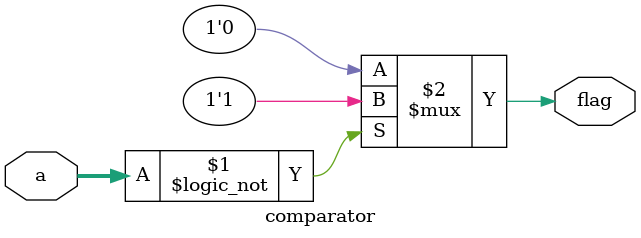
<source format=v>
`timescale 1ns / 1ps


module comparator(a,flag);//´Ë´¦µÄ±È½ÏÆ÷ÊÇÀ´ÅÐ¶ÏÊÇ²»ÊÇÎª0
    parameter WIDTH=8;//²ÎÊý¿ØÖÆÎ»Êý
    input [WIDTH-1:0] a;//´ýÅÐ¶ÏµÄÊý
    output flag;
    assign flag=(a==0)?1'b1:1'b0;
endmodule

</source>
